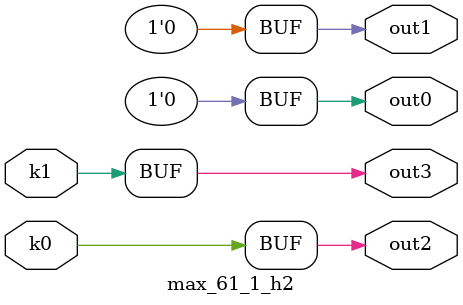
<source format=v>
module max_61_1(pi00, pi01, pi02, pi03, pi04, pi05, pi06, pi07, pi08, pi09, po0, po1, po2, po3);
input pi00, pi01, pi02, pi03, pi04, pi05, pi06, pi07, pi08, pi09;
output po0, po1, po2, po3;
wire k0, k1;
max_61_1_w2 DUT1 (pi00, pi01, pi02, pi03, pi04, pi05, pi06, pi07, pi08, pi09, k0, k1);
max_61_1_h2 DUT2 (k0, k1, po0, po1, po2, po3);
endmodule

module max_61_1_w2(in9, in8, in7, in6, in5, in4, in3, in2, in1, in0, k1, k0);
input in9, in8, in7, in6, in5, in4, in3, in2, in1, in0;
output k1, k0;
assign k0 =   in1 ? ~in9 : ~in6;
assign k1 =   (((~in9 | (in6 & (in3 | in0))) & (in6 | in3 | in0)) | (~in7 & in4) | (~in8 & in5)) & (~in8 | in5 | (~in7 & in4)) & ~in2 & (~in7 | in4);
endmodule

module max_61_1_h2(k1, k0, out3, out2, out1, out0);
input k1, k0;
output out3, out2, out1, out0;
assign out0 = 0;
assign out1 = 0;
assign out2 = k0;
assign out3 = k1;
endmodule

</source>
